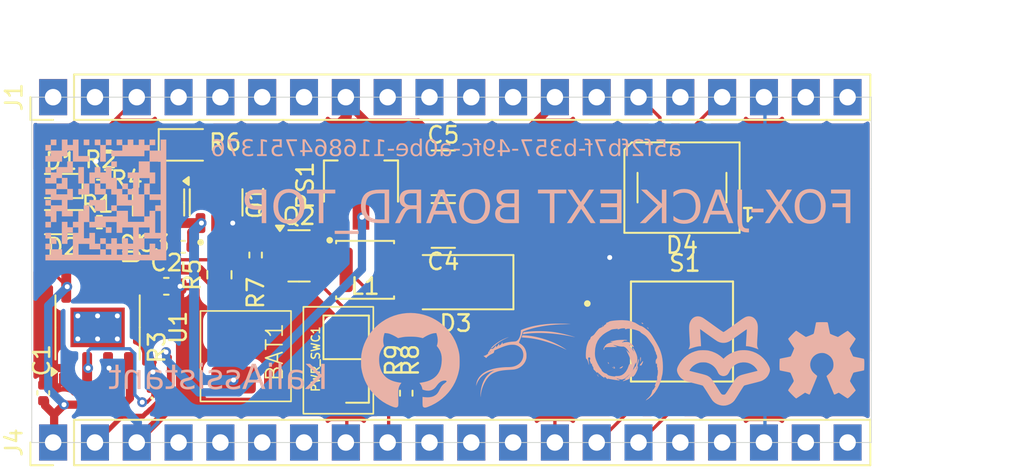
<source format=kicad_pcb>
(kicad_pcb (version 20241229) (generator "pcbnew") (generator_version "9.0")
  (layers (0 "F.Cu" signal) (2 "B.Cu" signal) (13 "F.Paste" user) (15 "B.Paste" user) (5 "F.SilkS" user "F.Silkscreen") (7 "B.SilkS" user "B.Silkscreen") (1 "F.Mask" user) (3 "B.Mask" user) (25 "Edge.Cuts" user))
  (net 0 "")
  (net 1 "GNDREF")
  (net 2 "VBUS")
  (net 3 "+BATT")
  (net 4 "-BATT")
  (net 5 "Net-(U2-VCC)")
  (net 6 "VSYS")
  (net 7 "Net-(D1-K)")
  (net 8 "Net-(D2-K)")
  (net 9 "Net-(D3-A)")
  (net 10 "Net-(D4-VDD)")
  (net 12 "Net-(D4-DIN)")
  (net 27 "1V8_ADC")
  (net 28 "PWR_SWC")
  (net 29 "Net-(Q2-D)")
  (net 30 "Net-(Q1-Pad4)")
  (net 32 "Net-(U2-OD)")
  (net 34 "Net-(U1-~{CHRG})")
  (net 35 "Net-(U1-~{STDBY})")
  (net 36 "Net-(U1-PROG)")
  (net 37 "Net-(U2-CS)")
  (net 38 "Net-(U2-OC)")
  (net 48 "Net-(J4-Pin_15)")
  (net 60 "Net-(J4-Pin_14)")
  (footprint "Connector_PinHeader_2.54mm:PinHeader_1x20_P2.54mm_Vertical" (layer "F.Cu") (at 70.3 89 90)
    (property "Reference" "J4" (at 0 -2.38 90) (layer "F.SilkS"))
    (property "Value" "PICO_PIN_21-40" (hide yes))
    (pad "1" thru_hole rect (at 0 0 90) (size 2.2 1.7) (drill 1) (property pad_prop_castellated) (layers "*.Cu" "*.Mask") (net 2 "VBUS"))
    (pad "2" thru_hole rect (at 0 2.54 90) (size 2.2 1.7) (drill 1) (property pad_prop_castellated) (layers "*.Cu" "*.Mask") (net 6 "VSYS"))
    (pad "3" thru_hole rect (at 0 5.08 90) (size 2.2 1.7) (drill 1) (property pad_prop_castellated) (layers "*.Cu" "*.Mask") (net 1 "GNDREF"))
    (pad "4" thru_hole rect (at 0 7.62 90) (size 2.2 1.7) (drill 1) (property pad_prop_castellated) (layers "*.Cu" "*.Mask"))
    (pad "5" thru_hole rect (at 0 10.16 90) (size 2.2 1.7) (drill 1) (property pad_prop_castellated) (layers "*.Cu" "*.Mask"))
    (pad "6" thru_hole rect (at 0 12.7 90) (size 2.2 1.7) (drill 1) (property pad_prop_castellated) (layers "*.Cu" "*.Mask"))
    (pad "7" thru_hole rect (at 0 15.24 90) (size 2.2 1.7) (drill 1) (property pad_prop_castellated) (layers "*.Cu" "*.Mask"))
    (pad "8" thru_hole rect (at 0 17.78 90) (size 2.2 1.7) (drill 1) (property pad_prop_castellated) (layers "*.Cu" "*.Mask") (net 1 "GNDREF"))
    (pad "9" thru_hole rect (at 0 20.32 90) (size 2.2 1.7) (drill 1) (property pad_prop_castellated) (layers "*.Cu" "*.Mask") (net 27 "1V8_ADC"))
    (pad "10" thru_hole rect (at 0 22.86 90) (size 2.2 1.7) (drill 1) (property pad_prop_castellated) (layers "*.Cu" "*.Mask"))
    (pad "11" thru_hole rect (at 0 25.4 90) (size 2.2 1.7) (drill 1) (property pad_prop_castellated) (layers "*.Cu" "*.Mask"))
    (pad "12" thru_hole rect (at 0 27.94 90) (size 2.2 1.7) (drill 1) (property pad_prop_castellated) (layers "*.Cu" "*.Mask"))
    (pad "13" thru_hole rect (at 0 30.48 90) (size 2.2 1.7) (drill 1) (property pad_prop_castellated) (layers "*.Cu" "*.Mask") (net 1 "GNDREF"))
    (pad "14" thru_hole rect (at 0 33.02 90) (size 2.2 1.7) (drill 1) (property pad_prop_castellated) (layers "*.Cu" "*.Mask") (net 60 "Net-(J4-Pin_14)"))
    (pad "15" thru_hole rect (at 0 35.56 90) (size 2.2 1.7) (drill 1) (property pad_prop_castellated) (layers "*.Cu" "*.Mask") (net 48 "Net-(J4-Pin_15)"))
    (pad "16" thru_hole rect (at 0 38.1 90) (size 2.2 1.7) (drill 1) (property pad_prop_castellated) (layers "*.Cu" "*.Mask"))
    (pad "17" thru_hole rect (at 0 40.64 90) (size 2.2 1.7) (drill 1) (property pad_prop_castellated) (layers "*.Cu" "*.Mask"))
    (pad "18" thru_hole rect (at 0 43.18 90) (size 2.2 1.7) (drill 1) (property pad_prop_castellated) (layers "*.Cu" "*.Mask") (net 1 "GNDREF"))
    (pad "19" thru_hole rect (at 0 45.72 90) (size 2.2 1.7) (drill 1) (property pad_prop_castellated) (layers "*.Cu" "*.Mask"))
    (pad "20" thru_hole rect (at 0 48.26 90) (size 2.2 1.7) (drill 1) (property pad_prop_castellated) (layers "*.Cu" "*.Mask"))
  )
  (footprint "Capacitor_SMD:C_0402_1005Metric" (layer "F.Cu") (at 78.2 77.1)
    (property "Reference" "C3" (at -1.8 -0.2 0) (layer "F.SilkS"))
    (property "Value" "0.1u")
    (pad "1" smd roundrect (at -0.48 0) (size 0.56 0.62) (layers "F.Cu" "F.Mask" "F.Paste") (net 5 "Net-(U2-VCC)"))
    (pad "2" smd roundrect (at 0.48 0) (size 0.56 0.62) (layers "F.Cu" "F.Mask" "F.Paste") (net 4 "-BATT"))
  )
  (footprint "fs8205:SOT95P280X145-6N" (layer "F.Cu") (at 80.2 74.4 90)
    (property "Reference" "Q1" (at 0 2.4 90) (layer "F.SilkS"))
    (property "Value" "FS8205")
    (pad "1" smd roundrect (at -1.255 -0.95 90) (size 1.21 0.59) (layers "F.Cu" "F.Mask" "F.Paste") (net 4 "-BATT"))
    (pad "2" smd roundrect (at -1.255 0 90) (size 1.21 0.59) (layers "F.Cu" "F.Mask" "F.Paste"))
    (pad "3" smd roundrect (at -1.255 0.95 90) (size 1.21 0.59) (layers "F.Cu" "F.Mask" "F.Paste") (net 1 "GNDREF"))
    (pad "4" smd roundrect (at 1.255 0.95 90) (size 1.21 0.59) (layers "F.Cu" "F.Mask" "F.Paste") (net 30 "Net-(Q1-Pad4)"))
    (pad "5" smd roundrect (at 1.255 0 90) (size 1.21 0.59) (layers "F.Cu" "F.Mask" "F.Paste"))
    (pad "6" smd roundrect (at 1.255 -0.95 90) (size 1.21 0.59) (layers "F.Cu" "F.Mask" "F.Paste") (net 32 "Net-(U2-OD)"))
  )
  (footprint "LED_SMD:LED_0402_1005Metric" (layer "F.Cu") (at 76.3 85.2 90)
    (property "Reference" "R3" (at 1.985 0.3 90) (layer "F.SilkS"))
    (property "Value" "1k2")
    (pad "1" smd roundrect (at -0.485 0 90) (size 0.59 0.64) (layers "F.Cu" "F.Mask" "F.Paste") (net 36 "Net-(U1-PROG)"))
    (pad "2" smd roundrect (at 0.485 0 90) (size 0.59 0.64) (layers "F.Cu" "F.Mask" "F.Paste") (net 1 "GNDREF"))
  )
  (footprint "LED_SMD:LED_0603_1608Metric" (layer "F.Cu") (at 70.6 73.4 180)
    (property "Reference" "D1" (at -0.1875 1.5 0) (layer "F.SilkS"))
    (property "Value" "B_STBY")
    (pad "1" smd roundrect (at -0.7875 0 180) (size 0.875 0.95) (layers "F.Cu" "F.Mask" "F.Paste") (net 7 "Net-(D1-K)"))
    (pad "2" smd roundrect (at 0.7875 0 180) (size 0.875 0.95) (layers "F.Cu" "F.Mask" "F.Paste") (net 2 "VBUS"))
  )
  (footprint "Package_TO_SOT_SMD:SOT-23-6" (layer "F.Cu") (at 76.7 74.4 -90)
    (property "Reference" "U2" (at 2.8 1.6 90) (layer "F.SilkS"))
    (property "Value" "DW01A")
    (pad "1" smd roundrect (at -1.1375 -0.95 270) (size 1.325 0.6) (layers "F.Cu" "F.Mask" "F.Paste") (net 32 "Net-(U2-OD)"))
    (pad "2" smd roundrect (at -1.1375 0 270) (size 1.325 0.6) (layers "F.Cu" "F.Mask" "F.Paste") (net 37 "Net-(U2-CS)"))
    (pad "3" smd roundrect (at -1.1375 0.95 270) (size 1.325 0.6) (layers "F.Cu" "F.Mask" "F.Paste") (net 38 "Net-(U2-OC)"))
    (pad "4" smd roundrect (at 1.1375 0.95 270) (size 1.325 0.6) (layers "F.Cu" "F.Mask" "F.Paste"))
    (pad "5" smd roundrect (at 1.1375 0 270) (size 1.325 0.6) (layers "F.Cu" "F.Mask" "F.Paste") (net 5 "Net-(U2-VCC)"))
    (pad "6" smd roundrect (at 1.1375 -0.95 270) (size 1.325 0.6) (layers "F.Cu" "F.Mask" "F.Paste") (net 4 "-BATT"))
  )
  (footprint "Resistor_SMD:R_0402_1005Metric" (layer "F.Cu") (at 73.11 73.4 180)
    (property "Reference" "R2" (at -0.09 1.6 0) (layer "F.SilkS"))
    (property "Value" "1k")
    (pad "1" smd roundrect (at -0.51 0 180) (size 0.54 0.64) (layers "F.Cu" "F.Mask" "F.Paste") (net 35 "Net-(U1-~{STDBY})"))
    (pad "2" smd roundrect (at 0.51 0 180) (size 0.54 0.64) (layers "F.Cu" "F.Mask" "F.Paste") (net 7 "Net-(D1-K)"))
  )
  (footprint "Resistor_SMD:R_0805_2012Metric" (layer "F.Cu") (at 80.4 78.8 90)
    (property "Reference" "R5" (at 0 -1.65 90) (layer "F.SilkS"))
    (property "Value" "100R")
    (pad "1" smd roundrect (at -0.9125 0 90) (size 1.025 1.4) (layers "F.Cu" "F.Mask" "F.Paste") (roundrect_rratio 0.243902) (net 3 "+BATT"))
    (pad "2" smd roundrect (at 0.9125 0 90) (size 1.025 1.4) (layers "F.Cu" "F.Mask" "F.Paste") (roundrect_rratio 0.243902) (net 5 "Net-(U2-VCC)"))
  )
  (footprint "Package_SO:SOIC-8-1EP_3.9x4.9mm_P1.27mm_EP2.41x3.3mm_ThermalVias" (layer "F.Cu") (at 73 82 90)
    (property "Reference" "U1" (at 0 4.9 90) (layer "F.SilkS"))
    (property "Value" "TP4056-42-ESOP8")
    (pad "1" smd roundrect (at -2.475 -1.905 90) (size 1.95 0.6) (layers "F.Cu" "F.Mask" "F.Paste") (net 1 "GNDREF"))
    (pad "2" smd roundrect (at -2.475 -0.635 90) (size 1.95 0.6) (layers "F.Cu" "F.Mask" "F.Paste") (net 36 "Net-(U1-PROG)"))
    (pad "3" smd roundrect (at -2.475 0.635 90) (size 1.95 0.6) (layers "F.Cu" "F.Mask" "F.Paste") (net 1 "GNDREF"))
    (pad "4" smd roundrect (at -2.475 1.905 90) (size 1.95 0.6) (layers "F.Cu" "F.Mask" "F.Paste") (net 2 "VBUS"))
    (pad "5" smd roundrect (at 2.475 1.905 90) (size 1.95 0.6) (layers "F.Cu" "F.Mask" "F.Paste") (net 3 "+BATT"))
    (pad "6" smd roundrect (at 2.475 0.635 90) (size 1.95 0.6) (layers "F.Cu" "F.Mask" "F.Paste") (net 35 "Net-(U1-~{STDBY})"))
    (pad "7" smd roundrect (at 2.475 -0.635 90) (size 1.95 0.6) (layers "F.Cu" "F.Mask" "F.Paste") (net 34 "Net-(U1-~{CHRG})"))
    (pad "8" smd roundrect (at 2.475 -1.905 90) (size 1.95 0.6) (layers "F.Cu" "F.Mask" "F.Paste") (net 2 "VBUS"))
    (pad "9" thru_hole circle (at -0.7 -1.2 90) (size 0.5 0.5) (drill 0.3) (property pad_prop_heatsink) (layers "*.Cu"))
    (pad "9" thru_hole circle (at -0.7 0 90) (size 0.5 0.5) (drill 0.3) (property pad_prop_heatsink) (layers "*.Cu"))
    (pad "9" thru_hole circle (at -0.7 1.2 90) (size 0.5 0.5) (drill 0.3) (property pad_prop_heatsink) (layers "*.Cu"))
    (pad "9" smd rect (at 0 0 90) (size 1.9 2.9) (property pad_prop_heatsink) (layers "B.Cu"))
    (pad "9" smd rect (at 0 0 90) (size 2.41 3.3) (property pad_prop_heatsink) (layers "F.Cu" "F.Mask"))
    (pad "9" thru_hole circle (at 0.7 -1.2 90) (size 0.5 0.5) (drill 0.3) (property pad_prop_heatsink) (layers "*.Cu"))
    (pad "9" thru_hole circle (at 0.7 0 90) (size 0.5 0.5) (drill 0.3) (property pad_prop_heatsink) (layers "*.Cu"))
    (pad "9" thru_hole circle (at 0.7 1.2 90) (size 0.5 0.5) (drill 0.3) (property pad_prop_heatsink) (layers "*.Cu"))
  )
  (footprint "Capacitor_SMD:C_1210_3225Metric" (layer "F.Cu") (at 94 72.6)
    (property "Reference" "C5" (at 0 -2.3 0) (layer "F.SilkS"))
    (property "Value" "12uF")
    (pad "1" smd roundrect (at -1.475 0) (size 1.15 2.7) (layers "F.Cu" "F.Mask" "F.Paste") (roundrect_rratio 0.217391) (net 6 "VSYS"))
    (pad "2" smd roundrect (at 1.475 0) (size 1.15 2.7) (layers "F.Cu" "F.Mask" "F.Paste") (roundrect_rratio 0.217391) (net 1 "GNDREF"))
  )
  (footprint "Capacitor_SMD:C_0402_1005Metric" (layer "F.Cu") (at 69.7 85.98 90)
    (property "Reference" "C1" (at 1.98 -0.1 90) (layer "F.SilkS"))
    (property "Value" "0.1u")
    (pad "1" smd roundrect (at -0.48 0 90) (size 0.56 0.62) (layers "F.Cu" "F.Mask" "F.Paste") (net 2 "VBUS"))
    (pad "2" smd roundrect (at 0.48 0 90) (size 0.56 0.62) (layers "F.Cu" "F.Mask" "F.Paste") (net 1 "GNDREF"))
  )
  (footprint "LED_SMD:LED_0603_1608Metric" (layer "F.Cu") (at 70.6 75.6 180)
    (property "Reference" "D2" (at -0.3 -1.5 0) (layer "F.SilkS"))
    (property "Value" "R_CHG")
    (pad "1" smd roundrect (at -0.7875 0 180) (size 0.875 0.95) (layers "F.Cu" "F.Mask" "F.Paste") (net 8 "Net-(D2-K)"))
    (pad "2" smd roundrect (at 0.7875 0 180) (size 0.875 0.95) (layers "F.Cu" "F.Mask" "F.Paste") (net 2 "VBUS"))
  )
  (footprint "Capacitor_SMD:C_1210_3225Metric" (layer "F.Cu") (at 94 75.8)
    (property "Reference" "C4" (at 0 2.2 0) (layer "F.SilkS"))
    (property "Value" "12uF")
    (pad "1" smd roundrect (at -1.475 0) (size 1.15 2.7) (layers "F.Cu" "F.Mask" "F.Paste") (roundrect_rratio 0.217391) (net 6 "VSYS"))
    (pad "2" smd roundrect (at 1.475 0) (size 1.15 2.7) (layers "F.Cu" "F.Mask" "F.Paste") (roundrect_rratio 0.217391) (net 1 "GNDREF"))
  )
  (footprint "me2108a33p:CONV_ME2108A33P" (layer "F.Cu") (at 89 73.3 90)
    (property "Reference" "PS1" (at -0.075 -3.385 90) (layer "F.SilkS"))
    (property "Value" "ME2108A33P")
    (pad "1" smd rect (at -2 -1.5 90) (size 1.5 1) (layers "F.Cu" "F.Paste") (net 1 "GNDREF"))
    (pad "2" smd custom (at -2 0 90) (size 1.4 0.9) (layers "F.Cu") (net 6 "VSYS") (options (clearance outline) (anchor rect)) (primitives (gr_poly (pts (xy -0.75 -0.5) (xy 1.05 -0.5) (xy 1.65 -1.1) (xy 3.85 -1.1) (xy 4.75 -0.2) (xy 4.75 0.2) (xy 3.85 1.1) (xy 1.65 1.1) (xy 1.05 0.5) (xy -0.75 0.5)) (width 0.01) (fill yes))))
    (pad "3" smd rect (at -2 1.5 90) (size 1.5 1) (layers "F.Cu" "F.Paste") (net 9 "Net-(D3-A)"))
  )
  (footprint "ds04-254-2-02bk-smt:SW_DS04-254-2-02BK-SMT" (layer "F.Cu") (at 108.5 82.25)
    (property "Reference" "S1" (at 0.175 -4.155 0) (layer "F.SilkS"))
    (property "Value" "DS04-254-2-02BK-SMT")
    (pad "1A" smd rect (at -4.45 -1.27) (size 1.5 1.1) (layers "F.Cu" "F.Mask" "F.Paste") (net 1 "GNDREF"))
    (pad "1B" smd rect (at 4.45 -1.27) (size 1.5 1.1) (layers "F.Cu" "F.Mask" "F.Paste") (net 60 "Net-(J4-Pin_14)"))
    (pad "2A" smd rect (at -4.45 1.27) (size 1.5 1.1) (layers "F.Cu" "F.Mask" "F.Paste") (net 1 "GNDREF"))
    (pad "2B" smd rect (at 4.45 1.27) (size 1.5 1.1) (layers "F.Cu" "F.Mask" "F.Paste") (net 48 "Net-(J4-Pin_15)"))
  )
  (footprint "Inductor_SMD:L_Changjiang_FNR3015S" (layer "F.Cu") (at 89.25 78.5)
    (property "Reference" "L1" (at 0 1 0) (layer "F.SilkS"))
    (property "Value" "22uH")
    (pad "1" smd roundrect (at -1.15 0) (size 0.8 2.7) (layers "F.Cu" "F.Mask" "F.Paste") (net 29 "Net-(Q2-D)"))
    (pad "2" smd roundrect (at 1.15 0) (size 0.8 2.7) (layers "F.Cu" "F.Mask" "F.Paste") (net 9 "Net-(D3-A)"))
  )
  (footprint "LED_SMD:LED_WS2812B_PLCC4_5.0x5.0mm_P3.2mm" (layer "F.Cu") (at 108.5 73.5 180)
    (property "Reference" "D4" (at 0 -3.5 0) (layer "F.SilkS"))
    (property "Value" "WS2812B")
    (fp_text user "1" (at -4 -1.6 180) (layer "F.SilkS") (effects (font (size 0.8 0.8))))
    (pad "1" smd roundrect (at -2.45 -1.65 180) (size 1.5 0.9) (layers "F.Cu" "F.Mask" "F.Paste") (roundrect_rratio 0.1) (net 10 "Net-(D4-VDD)"))
    (pad "2" smd roundrect (at -2.45 1.65 180) (size 1.5 0.9) (layers "F.Cu" "F.Mask" "F.Paste") (roundrect_rratio 0.1))
    (pad "3" smd roundrect (at 2.45 1.65 180) (size 1.5 0.9) (layers "F.Cu" "F.Mask" "F.Paste") (roundrect_rratio 0.1) (net 1 "GNDREF"))
    (pad "4" smd roundrect (at 2.45 -1.65 180) (size 1.5 0.9) (layers "F.Cu" "F.Mask" "F.Paste") (roundrect_rratio 0.1) (net 12 "Net-(D4-DIN)"))
  )
  (footprint "LED_SMD:LED_0805_2012Metric" (layer "F.Cu") (at 78.4 70.9)
    (property "Reference" "R6" (at 2.35 -0.15 0) (layer "F.SilkS"))
    (property "Value" "0R")
    (pad "1" smd roundrect (at -0.9375 0) (size 0.975 1.4) (layers "F.Cu" "F.Mask" "F.Paste") (net 38 "Net-(U2-OC)"))
    (pad "2" smd roundrect (at 0.9375 0) (size 0.975 1.4) (layers "F.Cu" "F.Mask" "F.Paste") (net 30 "Net-(Q1-Pad4)"))
  )
  (footprint "Resistor_SMD:R_0402_1005Metric" (layer "F.Cu") (at 90.75 86 90)
    (property "Reference" "R9" (at 2 0.25 90) (layer "F.SilkS"))
    (property "Value" "10k")
    (pad "1" smd roundrect (at -0.51 0 90) (size 0.54 0.64) (layers "F.Cu" "F.Mask" "F.Paste") (net 27 "1V8_ADC"))
    (pad "2" smd roundrect (at 0.51 0 90) (size 0.54 0.64) (layers "F.Cu" "F.Mask" "F.Paste") (net 1 "GNDREF"))
  )
  (footprint "Connector_PinHeader_2.54mm:PinHeader_1x20_P2.54mm_Vertical" (layer "F.Cu") (at 70.3 68 90)
    (property "Reference" "J1" (at 0 -2.38 90) (layer "F.SilkS"))
    (property "Value" "PICO_PIN_1-20" (hide yes))
    (pad "1" thru_hole rect (at 0 0 90) (size 2.2 1.7) (drill 1) (property pad_prop_castellated) (layers "*.Cu" "*.Mask"))
    (pad "2" thru_hole rect (at 0 2.54 90) (size 2.2 1.7) (drill 1) (property pad_prop_castellated) (layers "*.Cu" "*.Mask"))
    (pad "3" thru_hole rect (at 0 5.08 90) (size 2.2 1.7) (drill 1) (property pad_prop_castellated) (layers "*.Cu" "*.Mask") (net 1 "GNDREF"))
    (pad "4" thru_hole rect (at 0 7.62 90) (size 2.2 1.7) (drill 1) (property pad_prop_castellated) (layers "*.Cu" "*.Mask"))
    (pad "5" thru_hole rect (at 0 10.16 90) (size 2.2 1.7) (drill 1) (property pad_prop_castellated) (layers "*.Cu" "*.Mask"))
    (pad "6" thru_hole rect (at 0 12.7 90) (size 2.2 1.7) (drill 1) (property pad_prop_castellated) (layers "*.Cu" "*.Mask"))
    (pad "7" thru_hole rect (at 0 15.24 90) (size 2.2 1.7) (drill 1) (property pad_prop_castellated) (layers "*.Cu" "*.Mask"))
    (pad "8" thru_hole rect (at 0 17.78 90) (size 2.2 1.7) (drill 1) (property pad_prop_castellated) (layers "*.Cu" "*.Mask") (net 1 "GNDREF"))
    (pad "9" thru_hole rect (at 0 20.32 90) (size 2.2 1.7) (drill 1) (property pad_prop_castellated) (layers "*.Cu" "*.Mask"))
    (pad "10" thru_hole rect (at 0 22.86 90) (size 2.2 1.7) (drill 1) (property pad_prop_castellated) (layers "*.Cu" "*.Mask"))
    (pad "11" thru_hole rect (at 0 25.4 90) (size 2.2 1.7) (drill 1) (property pad_prop_castellated) (layers "*.Cu" "*.Mask"))
    (pad "12" thru_hole rect (at 0 27.94 90) (size 2.2 1.7) (drill 1) (property pad_prop_castellated) (layers "*.Cu" "*.Mask"))
    (pad "13" thru_hole rect (at 0 30.48 90) (size 2.2 1.7) (drill 1) (property pad_prop_castellated) (layers "*.Cu" "*.Mask") (net 1 "GNDREF"))
    (pad "14" thru_hole rect (at 0 33.02 90) (size 2.2 1.7) (drill 1) (property pad_prop_castellated) (layers "*.Cu" "*.Mask"))
    (pad "15" thru_hole rect (at 0 35.56 90) (size 2.2 1.7) (drill 1) (property pad_prop_castellated) (layers "*.Cu" "*.Mask") (net 12 "Net-(D4-DIN)"))
    (pad "16" thru_hole rect (at 0 38.1 90) (size 2.2 1.7) (drill 1) (property pad_prop_castellated) (layers "*.Cu" "*.Mask"))
    (pad "17" thru_hole rect (at 0 40.64 90) (size 2.2 1.7) (drill 1) (property pad_prop_castellated) (layers "*.Cu" "*.Mask") (net 10 "Net-(D4-VDD)"))
    (pad "18" thru_hole rect (at 0 43.18 90) (size 2.2 1.7) (drill 1) (property pad_prop_castellated) (layers "*.Cu" "*.Mask") (net 1 "GNDREF"))
    (pad "19" thru_hole rect (at 0 45.72 90) (size 2.2 1.7) (drill 1) (property pad_prop_castellated) (layers "*.Cu" "*.Mask"))
    (pad "20" thru_hole rect (at 0 48.26 90) (size 2.2 1.7) (drill 1) (property pad_prop_castellated) (layers "*.Cu" "*.Mask"))
  )
  (footprint "Resistor_SMD:R_0402_1005Metric" (layer "F.Cu") (at 82.6 77.6 90)
    (property "Reference" "R7" (at -2.3 0 90) (layer "F.SilkS"))
    (property "Value" "10k")
    (pad "1" smd roundrect (at -0.51 0 90) (size 0.54 0.64) (layers "F.Cu" "F.Mask" "F.Paste") (net 3 "+BATT"))
    (pad "2" smd roundrect (at 0.51 0 90) (size 0.54 0.64) (layers "F.Cu" "F.Mask" "F.Paste") (net 28 "PWR_SWC"))
  )
  (footprint "BAT_PAD:BAT_PAD" (layer "F.Cu") (at 81.26 83.7)
    (property "Reference" "BAT1" (at 2.49 -0.2 90) (layer "F.SilkS") (effects (font (thickness 0.1))))
    (property "Value" "Conn_01x02")
    (pad "1" smd roundrect (at 0 -1.5) (size 2.7025 1.635) (layers "F.Cu" "F.Mask" "F.Paste") (roundrect_rratio 0.15) (net 3 "+BATT"))
    (pad "2" smd roundrect (at 0 1.5) (size 2.7025 1.635) (layers "F.Cu" "F.Mask" "F.Paste") (roundrect_rratio 0.15) (net 4 "-BATT"))
  )
  (footprint "Capacitor_SMD:C_0603_1608Metric" (layer "F.Cu") (at 77.175 79.5)
    (property "Reference" "C2" (at 0 -1.43 0) (layer "F.SilkS"))
    (property "Value" "10u")
    (pad "1" smd roundrect (at -0.775 0) (size 0.9 0.95) (layers "F.Cu" "F.Mask" "F.Paste") (net 3 "+BATT"))
    (pad "2" smd roundrect (at 0.775 0) (size 0.9 0.95) (layers "F.Cu" "F.Mask" "F.Paste") (net 1 "GNDREF"))
  )
  (footprint "Package_TO_SOT_SMD:SOT-23" (layer "F.Cu") (at 85.2375 77.65)
    (property "Reference" "Q2" (at 0 -2.4 0) (layer "F.SilkS"))
    (property "Value" "AO3401A")
    (pad "1" smd roundrect (at -0.9375 -0.95) (size 1.475 0.6) (layers "F.Cu" "F.Mask" "F.Paste") (net 28 "PWR_SWC"))
    (pad "2" smd roundrect (at -0.9375 0.95) (size 1.475 0.6) (layers "F.Cu" "F.Mask" "F.Paste") (net 3 "+BATT"))
    (pad "3" smd roundrect (at 0.9375 0) (size 1.475 0.6) (layers "F.Cu" "F.Mask" "F.Paste") (net 29 "Net-(Q2-D)"))
  )
  (footprint "Connector_PinHeader_2.54mm:PinHeader_1x02_P2.54mm_Vertical" (layer "F.Cu") (at 88.1 85.2 180)
    (property "Reference" "PWR_SWC1" (at 1.85 1.27 90) (layer "F.SilkS") (effects (font (size 0.5 0.5) (thickness 0.09))))
    (property "Value" "PWR_SW_PIN")
    (pad "1" smd rect (at 0 0 180) (size 1.7 1.7) (layers "F.Cu" "F.Mask" "F.Paste") (net 1 "GNDREF"))
    (pad "2" smd rect (at 0 2.54 180) (size 1.7 1.7) (layers "F.Cu" "F.Mask" "F.Paste") (net 28 "PWR_SWC"))
  )
  (footprint "Resistor_SMD:R_0402_1005Metric" (layer "F.Cu") (at 91.75 86 -90)
    (property "Reference" "R8" (at -2 -0.25 90) (layer "F.SilkS"))
    (property "Value" "14k7")
    (pad "1" smd roundrect (at -0.51 0 270) (size 0.54 0.64) (layers "F.Cu" "F.Mask" "F.Paste") (net 29 "Net-(Q2-D)"))
    (pad "2" smd roundrect (at 0.51 0 270) (size 0.54 0.64) (layers "F.Cu" "F.Mask" "F.Paste") (net 27 "1V8_ADC"))
  )
  (footprint "Resistor_SMD:R_0402_1005Metric" (layer "F.Cu") (at 73.11 75.6 180)
    (property "Reference" "R1" (at 0.11 1.1 0) (layer "F.SilkS"))
    (property "Value" "1k")
    (pad "1" smd roundrect (at -0.51 0 180) (size 0.54 0.64) (layers "F.Cu" "F.Mask" "F.Paste") (net 34 "Net-(U1-~{CHRG})"))
    (pad "2" smd roundrect (at 0.51 0 180) (size 0.54 0.64) (layers "F.Cu" "F.Mask" "F.Paste") (net 8 "Net-(D2-K)"))
  )
  (footprint "Diode_SMD:D_SMA" (layer "F.Cu") (at 94.75 79.25 180)
    (property "Reference" "D3" (at 0 -2.5 0) (layer "F.SilkS"))
    (property "Value" "SS14")
    (pad "1" smd roundrect (at -2 0 180) (size 2.5 1.8) (layers "F.Cu" "F.Mask" "F.Paste") (roundrect_rratio 0.1388888889) (net 6 "VSYS"))
    (pad "2" smd roundrect (at 2 0 180) (size 2.5 1.8) (layers "F.Cu" "F.Mask" "F.Paste") (roundrect_rratio 0.1388888889) (net 9 "Net-(D3-A)"))
  )
  (footprint "Resistor_SMD:R_0603_1608Metric" (layer "F.Cu") (at 73.675 71.9 180)
    (property "Reference" "R4" (at -1.1 -1.1 0) (layer "F.SilkS"))
    (property "Value" "1k")
    (pad "1" smd roundrect (at -0.825 0 180) (size 0.8 0.95) (layers "F.Cu" "F.Mask" "F.Paste") (net 37 "Net-(U2-CS)"))
    (pad "2" smd roundrect (at 0.825 0 180) (size 0.8 0.95) (layers "F.Cu" "F.Mask" "F.Paste") (net 1 "GNDREF"))
  )
  (footprint "ICON:OSHW-ICON-FOOTPRINT_6x6" (layer "B.Cu") (at 117 84 180)
    (property "Reference" "G***" (hide yes))
    (property "Value" "LOGO" (hide yes))
  )
  (footprint "UUID:a5f2fb7f-b357-49fc-a0be-116864751376" (layer "B.Cu") (at 73.5 74.25 180)
    (property "Reference" "G***" (hide yes))
    (property "Value" "LOGO" (hide yes))
  )
  (footprint "ICON:DEBIAN-ICON-FOOTPRINT_6x6" (layer "B.Cu") (at 105 84 180)
    (property "Reference" "G***" (hide yes))
    (property "Value" "LOGO" (hide yes))
  )
  (footprint "ICON:KALILINUX-LOGO-FOOTPRINT_6x6" (layer "B.Cu") (at 99 84 180)
    (property "Reference" "G***" (hide yes))
    (property "Value" "LOGO" (hide yes))
  )
  (footprint "ICON:LUCKFOX_ICON_FOOTPRINT_6x6" (layer "B.Cu") (at 111 84 180)
    (property "Reference" "G***" (hide yes))
    (property "Value" "LOGO" (hide yes))
  )
  (footprint "ICON:GITHUB-ICON_6x6" (layer "B.Cu") (at 92 84 180)
    (property "Reference" "G***" (hide yes))
    (property "Value" "LOGO" (hide yes))
  )
  (gr_rect (start 85.5 80.75) (end 89.75 87.25) (stroke (width 0.1)) (fill no) (layer "F.SilkS"))
  (gr_rect (start 79.25 81) (end 84.75 86.5) (stroke (width 0.1)) (fill no) (layer "F.SilkS"))
  (gr_line (start 69 83.42) (end 69 73.58) (stroke (width 0.05)) (layer "Edge.Cuts"))
  (gr_line (start 120 68) (end 69 68) (stroke (width 0.05)) (layer "Edge.Cuts"))
  (gr_line (start 120 68.92) (end 120 68) (stroke (width 0.05)) (layer "Edge.Cuts"))
  (gr_line (start 69 88.08) (end 69 83.42) (stroke (width 0.05)) (layer "Edge.Cuts"))
  (gr_line (start 69 73.58) (end 69 68.92) (stroke (width 0.05)) (layer "Edge.Cuts"))
  (gr_line (start 69 68) (end 69 68.92) (stroke (width 0.05)) (layer "Edge.Cuts"))
  (gr_line (start 120 73.58) (end 120 68.92) (stroke (width 0.05)) (layer "Edge.Cuts"))
  (gr_line (start 120 88.08) (end 120 89) (stroke (width 0.05)) (layer "Edge.Cuts"))
  (gr_line (start 69 89) (end 120 89) (stroke (width 0.05)) (layer "Edge.Cuts"))
  (gr_line (start 69 88.08) (end 69 89) (stroke (width 0.05)) (layer "Edge.Cuts"))
  (gr_line (start 120 73.58) (end 120 83.42) (stroke (width 0.05)) (layer "Edge.Cuts"))
  (gr_line (start 120 88.08) (end 120 83.42) (stroke (width 0.05)) (layer "Edge.Cuts"))
  (gr_text "a5f2fb7f-b357-49fc-a0be-116864751376" (at 108.5 71.75 0) (layer "B.SilkS") (effects (font (size 1 1) (thickness 0.1)) (justify left bottom mirror)))
  (gr_text "KaliAssistant" (at 87 86 -0) (layer "B.SilkS") (effects (font (size 1.5 1.5) (thickness 0.25)) (justify left bottom mirror)))
  (gr_text "FOX-JACK EXT BOARD_TOP" (at 119 76 0) (layer "B.SilkS") (effects (font (size 2 2) (thickness 0.1)) (justify left bottom mirror)))
  (segment (start 82.16 74.705) (end 82.31 74.555) (width 0.6) (layer "F.Cu") (net 1))
  (segment (start 100.78 86.79) (end 104.05 83.52) (width 0.2) (layer "F.Cu") (net 1))
  (segment (start 100.84 68.312) (end 100.84 68) (width 0.5) (layer "F.Cu") (net 1))
  (segment (start 71.606001 85.901) (end 71.155 85.449999) (width 0.5) (layer "F.Cu") (net 1))
  (segment (start 100.78 89) (end 100.78 86.79) (width 0.2) (layer "F.Cu") (net 1))
  (segment (start 86.985 86.375) (end 77.935 86.375) (width 0.2) (layer "F.Cu") (net 1))
  (segment (start 106.11 71.85) (end 97.302 71.85) (width 0.2) (layer "F.Cu") (net 1))
  (segment (start 88.14 89) (end 88.14 85.22) (width 0.2) (layer "F.Cu") (net 1))
  (segment (start 70.76 85.5) (end 70.76 84.87) (width 0.2) (layer "F.Cu") (net 1))
  (segment (start 88.14 68.312) (end 88.14 68) (width 0.5) (layer "F.Cu") (net 1))
  (segment (start 69.76 85.5) (end 70.76 85.5) (width 0.2) (layer "F.Cu") (net 1))
  (segment (start 72.91 71.9) (end 72.91 70.53) (width 0.2) (layer "F.Cu") (net 1))
  (segment (start 75.44 88.87) (end 77.935 86.375) (width 0.5) (layer "F.Cu") (net 1))
  (segment (start 90.81 85.49) (end 88.45 85.49) (width 0.2) (layer "F.Cu") (net 1))
  (segment (start 73.695 85.449999) (end 73.243999 85.901) (width 0.5) (layer "F.Cu") (net 1))
  (segment (start 87.31 70) (end 88.14 69.17) (width 0.6) (layer "F.Cu") (net 1))
  (segment (start 78.01 86.3) (end 78.01 79.5) (width 0.5) (layer "F.Cu") (net 1))
  (segment (start 88.14 85.22) (end 88.16 85.2) (width 0.2) (layer "F.Cu") (net 1))
  (segment (start 88.45 85.49) (end 88.16 85.2) (width 0.2) (layer "F.Cu") (net 1))
  (segment (start 82.31 74.555) (end 82.31 70.15) (width 0.6) (layer "F.Cu") (net 1))
  (segment (start 92.486 69.551) (end 89.379 69.551) (width 0.5) (layer "F.Cu") (net 1))
  (segment (start 70.76 84.87) (end 71.155 84.475) (width 0.2) (layer "F.Cu") (net 1))
  (segment (start 89.379 69.551) (end 88.14 68.312) (width 0.5) (layer "F.Cu") (net 1))
  (segment (start 97.302 71.85) (end 97.231 71.921) (width 0.2) (layer "F.Cu") (net 1))
  (segment (start 81.21 75.655) (end 82.16 74.705) (width 0.6) (layer "F.Cu") (net 1))
  (segment (start 82.755 75.3) (end 82.16 74.705) (width 0.6) (layer "F.Cu") (net 1))
  (segment (start 82.31 70.15) (end 82.46 70) (width 0.6) (layer "F.Cu") (net 1))
  (segment (start 104.11 80.98) (end 104.11 77.75) (width 0.2) (layer "F.Cu") (net 1))
  (segment (start 75.44 89) (end 75.44 88.87) (width 0.5) (layer "F.Cu") (net 1))
  (segment (start 87.56 75.3) (end 82.755 75.3) (width 0.6) (layer "F.Cu") (net 1))
  (segment (start 73.243999 85.901) (end 71.606001 85.901) (width 0.5) (layer "F.Cu") (net 1))
  (segment (start 88.16 85.2) (end 86.985 86.375) (width 0.2) (layer "F.Cu") (net 1))
  (segment (start 104.11 73.85) (end 106.11 71.85) (width 0.2) (layer "F.Cu") (net 1))
  (segment (start 95.535 72.6) (end 96.552 72.6) (width 0.5) (layer "F.Cu") (net 1))
  (segment (start 73.695 84.475) (end 73.695 85.449999) (width 0.5) (layer "F.Cu") (net 1))
  (segment (start 96.552 72.6) (end 97.231 71.921) (width 0.5) (layer "F.Cu") (net 1))
  (segment (start 95.535 72.6) (end 92.486 69.551) (width 0.5) (layer "F.Cu") (net 1))
  (segment (start 104.11 77.75) (end 104.11 73.85) (width 0.2) (layer "F.Cu") (net 1))
  (segment (start 71.155 85.449999) (end 71.155 84.475) (width 0.5) (layer "F.Cu") (net 1))
  (segment (start 82.46 70) (end 87.31 70) (width 0.6) (layer "F.Cu") (net 1))
  (segment (start 104.11 83.52) (end 104.11 80.98) (width 0.2) (layer "F.Cu") (net 1))
  (segment (start 72.91 70.53) (end 75.44 68) (width 0.2) (layer "F.Cu") (net 1))
  (segment (start 77.935 86.375) (end 78.01 86.3) (width 0.5) (layer "F.Cu") (net 1))
  (segment (start 95.535 75.8) (end 95.535 72.6) (width 0.5) (layer "F.Cu") (net 1))
  (segment (start 88.14 69.17) (end 88.14 68) (width 0.6) (layer "F.Cu") (net 1))
  (segment (start 97.231 71.921) (end 100.84 68.312) (width 0.5) (layer "F.Cu") (net 1))
  (via (at 76.36 84.715) (size 0.6) (drill 0.3) (layers "F.Cu" "B.Cu") (net 1))
  (via (at 104.11 77.75) (size 0.6) (drill 0.3) (layers "F.Cu" "B.Cu") (net 1))
  (via (at 81.21 75.655) (size 0.6) (drill 0.3) (layers "F.Cu" "B.Cu") (net 1))
  (via (at 78.01 79.5) (size 0.6) (drill 0.3) (layers "F.Cu" "B.Cu") (net 1))
  (via (at 73.695 84.475) (size 0.6) (drill 0.3) (layers "F.Cu" "B.Cu") (net 1))
  (via (at 72.91 71.9) (size 0.6) (drill 0.3) (layers "F.Cu" "B.Cu") (net 1))
  (segment (start 75.44 89) (end 75.44 87.78) (width 0.5) (layer "B.Cu") (net 1))
  (segment (start 75.44 87.78) (end 73.695 86.035) (width 0.5) (layer "B.Cu") (net 1))
  (segment (start 81.21 74.75) (end 80.86 74.4) (width 0.2) (layer "B.Cu") (net 1))
  (segment (start 73.66 74.8) (end 72.91 74.05) (width 0.2) (layer "B.Cu") (net 1))
  (segment (start 77.96 79.45) (end 78.01 79.5) (width 0.2) (layer "B.Cu") (net 1))
  (segment (start 113.54 89) (end 113.54 77.75) (width 0.2) (layer "B.Cu") (net 1))
  (segment (start 78.36 74.4) (end 77.96 74.8) (width 0.2) (layer "B.Cu") (net 1))
  (segment (start 77.96 74.8) (end 77.96 79.45) (width 0.2) (layer "B.Cu") (net 1))
  (segment (start 80.86 74.4) (end 78.36 74.4) (width 0.2) (layer "B.Cu") (net 1))
  (segment (start 113.54 77.75) (end 113.54 68) (width 0.2) (layer "B.Cu") (net 1))
  (segment (start 104.11 77.75) (end 113.54 77.75) (width 0.2) (layer "B.Cu") (net 1))
  (segment (start 76.66 85.015) (end 76.36 84.715) (width 0.2) (layer "B.Cu") (net 1))
  (segment (start 77.96 74.8) (end 73.66 74.8) (width 0.2) (layer "B.Cu") (net 1))
  (segment (start 75.44 89) (end 76.66 87.78) (width 0.2) (layer "B.Cu") (net 1))
  (segment (start 72.91 74.05) (end 72.91 71.9) (width 0.2) (layer "B.Cu") (net 1))
  (segment (start 76.66 87.78) (end 76.66 85.015) (width 0.2) (layer "B.Cu") (net 1))
  (segment (start 73.695 86.035) (end 73.695 84.475) (width 0.5) (layer "B.Cu") (net 1))
  (segment (start 81.21 75.655) (end 81.21 74.75) (width 0.2) (layer "B.Cu") (net 1))
  (segment (start 69.8125 78.1795) (end 69.8125 75.6) (width 0.2) (layer "F.Cu") (net 2))
  (segment (start 69.811 78.181) (end 69.8125 78.1795) (width 0.2) (layer "F.Cu") (net 2))
  (segment (start 69.7725 73.4125) (end 69.785 73.4) (width 0.2) (layer "F.Cu") (net 2))
  (segment (start 74.965 86.295) (end 74.965 84.475) (width 0.5) (layer "F.Cu") (net 2))
  (segment (start 70.36 87.3) (end 70.96 86.7) (width 0.5) (layer "F.Cu") (net 2))
  (segment (start 70.36 87.3) (end 69.811 86.751) (width 0.5) (layer "F.Cu") (net 2))
  (segment (start 70.96 86.7) (end 74.56 86.7) (width 0.5) (layer "F.Cu") (net 2))
  (segment (start 74.56 86.7) (end 74.965 86.295) (width 0.5) (layer "F.Cu") (net 2))
  (segment (start 71.155 79.525) (end 69.811 78.181) (width 0.2) (layer "F.Cu") (net 2))
  (segment (start 69.811 86.751) (end 69.811 86.46) (width 0.5) (layer "F.Cu") (net 2))
  (segment (start 69.8125 75.6) (end 69.8125 73.4) (width 0.2) (layer "F.Cu") (net 2))
  (segment (start 70.36 89) (end 70.36 87.3) (width 0.5) (layer "F.Cu") (net 2))
  (segment (start 70.36 89) (end 70.36 88.3) (width 0.5) (layer "F.Cu") (net 2))
  (via (at 70.96 86.7) (size 0.6) (drill 0.3) (layers "F.Cu" "B.Cu") (net 2))
  (via (at 71.155 79.525) (size 0.6) (drill 0.3) (layers "F.Cu" "B.Cu") (net 2))
  (segment (start 70 80.68) (end 71.155 79.525) (width 0.5) (layer "B.Cu") (net 2))
  (segment (start 70 85.74) (end 70 80.68) (width 0.5) (layer "B.Cu") (net 2))
  (segment (start 70.96 86.7) (end 70 85.74) (width 0.5) (layer "B.Cu") (net 2))
  (segment (start 83.87 78.11) (end 84.36 78.6) (width 0.6) (layer "F.Cu") (net 3))
  (segment (start 76.4 79.5) (end 77.4115 78.4885) (width 0.6) (layer "F.Cu") (net 3))
  (segment (start 81.26 82.2) (end 81.26 82.1) (width 0.2) (layer "F.Cu") (net 3))
  (segment (start 80.46 81.3) (end 80.46 79.7125) (width 0.6) (layer "F.Cu") (net 3))
  (segment (start 80.46 79.7125) (end 81.0575 79.7125) (width 0.6) (layer "F.Cu") (net 3))
  (segment (start 74.99 79.5) (end 74.965 79.525) (width 0.2) (layer "F.Cu") (net 3))
  (segment (start 81.26 82.1) (end 80.46 81.3) (width 0.6) (layer "F.Cu") (net 3))
  (segment (start 79.176 78.4885) (end 80.4 79.7125) (width 0.6) (layer "F.Cu") (net 3))
  (segment (start 81.0575 79.7125) (end 82.66 78.11) (width 0.6) (layer "F.Cu") (net 3))
  (segment (start 82.66 78.11) (end 83.87 78.11) (width 0.6) (layer "F.Cu") (net 3))
  (segment (start 77.4115 78.4885) (end 79.176 78.4885) (width 0.6) (layer "F.Cu") (net 3))
  (segment (start 76.46 79.5) (end 74.99 79.5) (width 0.6) (layer "F.Cu") (net 3))
  (segment (start 79.31 75.655) (end 77.8275 75.655) (width 0.6) (layer "F.Cu") (net 4))
  (segment (start 78.74 77.1) (end 78.74 76.225) (width 0.6) (layer "F.Cu") (net 4))
  (segment (start 78.74 76.225) (end 79.31 75.655) (width 0.6) (layer "F.Cu") (net 4))
  (segment (start 77.8275 75.655) (end 77.71 75.5375) (width 0.2) (layer "F.Cu") (net 4))
  (segment (start 78.74 77.1) (end 78.74 76.5675) (width 0.2) (layer "F.Cu") (net 4))
  (via (at 79.31 75.655) (size 0.6) (drill 0.3) (layers "F.Cu" "B.Cu") (net 4))
  (via (at 81.26 85.2) (size 0.6) (drill 0.3) (layers "F.Cu" "B.Cu") (net 4))
  (segment (start 78.86 76.105) (end 78.86 84.6) (width 0.6) (layer "B.Cu") (net 4))
  (segment (start 78.86 84.6) (end 79.46 85.2) (width 0.6) (layer "B.Cu") (net 4))
  (segment (start 79.31 75.655) (end 78.86 76.105) (width 0.6) (layer "B.Cu") (net 4))
  (segment (start 79.46 85.2) (end 81.26 85.2) (width 0.6) (layer "B.Cu") (net 4))
  (segment (start 77.78 77.1) (end 76.76 76.08) (width 0.2) (layer "F.Cu") (net 5))
  (segment (start 78.0475 77.8875) (end 77.78 77.62) (width 0.2) (layer "F.Cu") (net 5))
  (segment (start 76.76 76.08) (end 76.76 75.5375) (width 0.2) (layer "F.Cu") (net 5))
  (segment (start 80.46 77.8875) (end 78.0475 77.8875) (width 0.2) (layer "F.Cu") (net 5))
  (segment (start 77.78 77.62) (end 77.78 77.1) (width 0.2) (layer "F.Cu") (net 5))
  (segment (start 96.035 79.25) (end 96.81 79.25) (width 0.5) (layer "F.Cu") (net 6))
  (segment (start 75.959 87.201) (end 75.979654 87.201) (width 0.3) (layer "F.Cu") (net 6))
  (segment (start 77.16 83.6) (end 77.16 83.5) (width 0.2) (layer "F.Cu") (net 6))
  (segment (start 76.19681 87.001) (end 77.36 85.83781) (width 0.3) (layer "F.Cu") (net 6))
  (segment (start 77.36 83.8) (end 77.16 83.6) (width 0.3) (layer "F.Cu") (net 6))
  (segment (start 91.086 74.099) (end 89.549 74.099) (width 0.5) (layer "F.Cu") (net 6))
  (segment (start 72.9 89) (end 74.5 87.4) (width 0.3) (layer "F.Cu") (net 6))
  (segment (start 76.179654 87.001) (end 76.19681 87.001) (width 0.3) (layer "F.Cu") (net 6))
  (segment (start 75.979654 87.201) (end 76.179654 87.001) (width 0.3) (layer "F.Cu") (net 6))
  (segment (start 75.76 87.4) (end 75.959 87.201) (width 0.3) (layer "F.Cu") (net 6))
  (segment (start 89.549 74.099) (end 89 74.648) (width 0.5) (layer "F.Cu") (net 6))
  (segment (start 74.5 87.4) (end 75.76 87.4) (width 0.3) (layer "F.Cu") (net 6))
  (segment (start 89 74.648) (end 89 75.3) (width 0.5) (layer "F.Cu") (net 6))
  (segment (start 91.086 74.099) (end 92.585 72.6) (width 0.5) (layer "F.Cu") (net 6))
  (segment (start 77.36 85.83781) (end 77.36 83.8) (width 0.3) (layer "F.Cu") (net 6))
  (segment (start 92.585 75.8) (end 96.035 79.25) (width 0.5) (layer "F.Cu") (net 6))
  (segment (start 92.585 72.6) (end 92.585 75.8) (width 0.5) (layer "F.Cu") (net 6))
  (via (at 89.06 75.3) (size 0.6) (drill 0.3) (layers "F.Cu" "B.Cu") (net 6))
  (via (at 77.16 83.5) (size 0.6) (drill 0.3) (layers "F.Cu" "B.Cu") (net 6))
  (segment (start 79.148926 85.951) (end 77.16 83.962074) (width 0.5) (layer "B.Cu") (net 6))
  (segment (start 81.571074 85.951) (end 79.148926 85.951) (width 0.5) (layer "B.Cu") (net 6))
  (segment (start 89.06 78.462074) (end 81.571074 85.951) (width 0.5) (layer "B.Cu") (net 6))
  (segment (start 77.16 83.962074) (end 77.16 83.5) (width 0.5) (layer "B.Cu") (net 6))
  (segment (start 89.06 75.3) (end 89.06 78.462074) (width 0.5) (layer "B.Cu") (net 6))
  (segment (start 71.3875 73.4) (end 72.6 73.4) (width 0.2) (layer "F.Cu") (net 7))
  (segment (start 71.3875 75.6) (end 72.6 75.6) (width 0.2) (layer "F.Cu") (net 8))
  (segment (start 90.46 78.5) (end 91.21 79.25) (width 0.5) (layer "F.Cu") (net 9))
  (segment (start 90.46 78.5) (end 90.46 75.4) (width 0.5) (layer "F.Cu") (net 9))
  (segment (start 90.46 75.4) (end 90.56 75.3) (width 0.5) (layer "F.Cu") (net 9))
  (segment (start 91.21 79.25) (end 92.81 79.25) (width 0.5) (layer "F.Cu") (net 9))
  (segment (start 109 70) (end 111 68) (width 0.2) (layer "F.Cu") (net 10))
  (segment (start 109 73.14) (end 109 70) (width 0.2) (layer "F.Cu") (net 10))
  (segment (start 111.01 75.15) (end 109 73.14) (width 0.2) (layer "F.Cu") (net 10))
  (segment (start 107.161 69.241) (end 105.92 68) (width 0.2) (layer "F.Cu") (net 12))
  (segment (start 107.161 74.099) (end 107.161 69.241) (width 0.2) (layer "F.Cu") (net 12))
  (segment (start 106.11 75.15) (end 107.161 74.099) (width 0.2) (layer "F.Cu") (net 12))
  (segment (start 90.68 86.64) (end 90.81 86.51) (width 0.2) (layer "F.Cu") (net 27))
  (segment (start 90.81 86.51) (end 91.81 86.51) (width 0.2) (layer "F.Cu") (net 27))
  (segment (start 90.68 89) (end 90.68 86.64) (width 0.2) (layer "F.Cu") (net 27))
  (segment (start 88.16 80.954468) (end 88.16 82.66) (width 0.2) (layer "F.Cu") (net 28))
  (segment (start 88.1 80.954468) (end 88.16 80.954468) (width 0.2) (layer "F.Cu") (net 28))
  (segment (start 83.97 77.09) (end 84.36 76.7) (width 0.2) (layer "F.Cu") (net 28))
  (segment (start 84.36 77.214468) (end 88.1 80.954468) (width 0.2) (layer "F.Cu") (net 28))
  (segment (start 82.66 77.09) (end 83.97 77.09) (width 0.2) (layer "F.Cu") (net 28))
  (segment (start 84.36 76.7) (end 84.36 77.214468) (width 0.2) (layer "F.Cu") (net 28))
  (segment (start 88.16 78.5) (end 87.31 77.65) (width 0.5) (layer "F.Cu") (net 29))
  (segment (start 91.81 82.15) (end 88.16 78.5) (width 0.2) (layer "F.Cu") (net 29))
  (segment (start 87.31 77.65) (end 86.235 77.65) (width 0.5) (layer "F.Cu") (net 29))
  (segment (start 91.81 85.49) (end 91.81 82.15) (width 0.2) (layer "F.Cu") (net 29))
  (segment (start 79.3975 70.9) (end 81.21 72.7125) (width 0.2) (layer "F.Cu") (net 30))
  (segment (start 81.21 72.7125) (end 81.21 73.145) (width 0.2) (layer "F.Cu") (net 30))
  (segment (start 77.8275 73.145) (end 77.71 73.2625) (width 0.2) (layer "F.Cu") (net 32))
  (segment (start 79.31 73.145) (end 77.8275 73.145) (width 0.2) (layer "F.Cu") (net 32))
  (segment (start 72.425 77.235) (end 73.68 75.98) (width 0.2) (layer "F.Cu") (net 34))
  (segment (start 72.425 79.525) (end 72.425 77.235) (width 0.2) (layer "F.Cu") (net 34))
  (segment (start 73.68 75.98) (end 73.68 75.6) (width 0.2) (layer "F.Cu") (net 34))
  (segment (start 74.36 74.08) (end 74.36 76.1) (width 0.2) (layer "F.Cu") (net 35))
  (segment (start 74.36 76.1) (end 73.71 76.75) (width 0.2) (layer "F.Cu") (net 35))
  (segment (start 73.71 76.75) (end 73.695 76.735) (width 0.2) (layer "F.Cu") (net 35))
  (segment (start 73.68 73.4) (end 74.36 74.08) (width 0.2) (layer "F.Cu") (net 35))
  (segment (start 73.695 76.735) (end 73.695 79.525) (width 0.2) (layer "F.Cu") (net 35))
  (segment (start 76.01 86.55) (end 76.36 86.2) (width 0.2) (layer "F.Cu") (net 36))
  (segment (start 75.71 86.55) (end 76.01 86.55) (width 0.2) (layer "F.Cu") (net 36))
  (segment (start 76.36 86.2) (end 76.36 85.685) (width 0.2) (layer "F.Cu") (net 36))
  (via (at 72.425 84.475) (size 0.6) (drill 0.3) (layers "F.Cu" "B.Cu") (net 36))
  (via (at 75.71 86.55) (size 0.6) (drill 0.3) (layers "F.Cu" "B.Cu") (net 36))
  (segment (start 75.26 86.1) (end 75.26 83.6) (width 0.2) (layer "B.Cu") (net 36))
  (segment (start 74.96 83.3) (end 72.56 83.3) (width 0.2) (layer "B.Cu") (net 36))
  (segment (start 75.71 86.55) (end 75.26 86.1) (width 0.2) (layer "B.Cu") (net 36))
  (segment (start 75.26 83.6) (end 74.96 83.3) (width 0.2) (layer "B.Cu") (net 36))
  (segment (start 72.425 83.435) (end 72.425 84.475) (width 0.2) (layer "B.Cu") (net 36))
  (segment (start 72.56 83.3) (end 72.425 83.435) (width 0.2) (layer "B.Cu") (net 36))
  (segment (start 76.76 73.924999) (end 76.76 73.2625) (width 0.2) (layer "F.Cu") (net 37))
  (segment (start 74.56 73.316968) (end 75 73.756968) (width 0.2) (layer "F.Cu") (net 37))
  (segment (start 76.458999 74.226) (end 76.76 73.924999) (width 0.2) (layer "F.Cu") (net 37))
  (segment (start 75 74.226) (end 76.458999 74.226) (width 0.2) (layer "F.Cu") (net 37))
  (segment (start 75 73.756968) (end 75 74.226) (width 0.2) (layer "F.Cu") (net 37))
  (segment (start 74.56 71.9) (end 74.56 73.316968) (width 0.2) (layer "F.Cu") (net 37))
  (segment (start 77.5225 70.9) (end 75.81 72.6125) (width 0.2) (layer "F.Cu") (net 38))
  (segment (start 75.81 72.6125) (end 75.81 73.2625) (width 0.2) (layer "F.Cu") (net 38))
  (segment (start 111.4 83.52) (end 105.92 89) (width 0.2) (layer "F.Cu") (net 48))
  (segment (start 113.01 83.52) (end 111.4 83.52) (width 0.2) (layer "F.Cu") (net 48))
  (segment (start 113.01 80.98) (end 111.4 80.98) (width 0.2) (layer "F.Cu") (net 60))
  (segment (start 111.4 80.98) (end 103.38 89) (width 0.2) (layer "F.Cu") (net 60))
  (zone (net 1) (net_name "GNDREF") (layer "F.Cu") (connect_pads (clearance 0.5)) (min_thickness 0.25) (fill yes (thermal_gap 0.2) (thermal_bridge_width 0.5))
    (polygon (pts (xy 69.03 68.03) (xy 119.99 68.03) (xy 119.99 88.97) (xy 69.03 88.97)))
  )
  (zone (net 1) (net_name "GNDREF") (layer "B.Cu") (priority 1) (connect_pads (clearance 0.5)) (min_thickness 0.25) (fill yes (thermal_gap 0.5) (thermal_bridge_width 0.5))
    (polygon (pts (xy 69.03 68.03) (xy 119.97 68.03) (xy 119.97 88.97) (xy 69.03 88.97)))
  )
)
</source>
